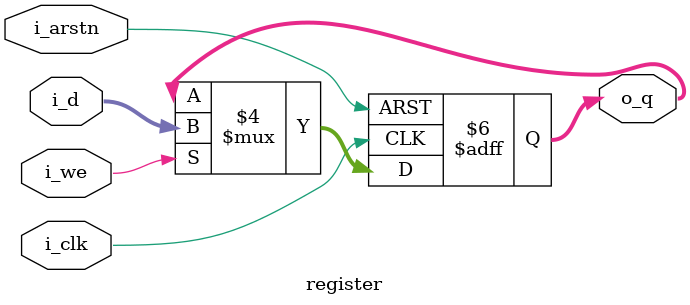
<source format=v>
`timescale 1 ps / 1ps
module register(i_clk,i_arstn,i_we,i_d,o_q);

parameter WIDTH = 32;

input i_clk;
input i_arstn;
input i_we;
input [WIDTH-1:0] i_d;
output reg [WIDTH-1:0] o_q; 

always @(posedge i_clk or negedge i_arstn ) begin
	if(!i_arstn) begin
		o_q <= {WIDTH{1'b0}};
	end else if(i_we) begin
		o_q <= i_d;
	end else
		o_q <= o_q;
	end

endmodule 

</source>
